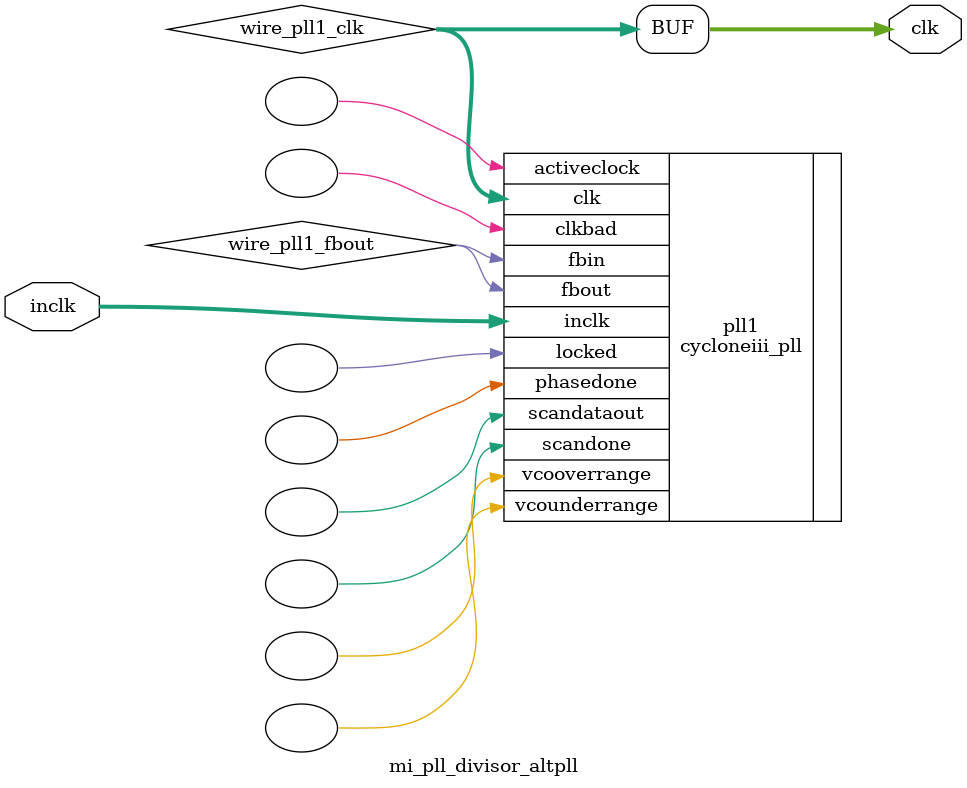
<source format=v>






//synthesis_resources = cycloneiii_pll 1 
//synopsys translate_off
`timescale 1 ps / 1 ps
//synopsys translate_on
module  mi_pll_divisor_altpll
	( 
	clk,
	inclk) /* synthesis synthesis_clearbox=1 */;
	output   [4:0]  clk;
	input   [1:0]  inclk;
`ifndef ALTERA_RESERVED_QIS
// synopsys translate_off
`endif
	tri0   [1:0]  inclk;
`ifndef ALTERA_RESERVED_QIS
// synopsys translate_on
`endif

	wire  [4:0]   wire_pll1_clk;
	wire  wire_pll1_fbout;

	cycloneiii_pll   pll1
	( 
	.activeclock(),
	.clk(wire_pll1_clk),
	.clkbad(),
	.fbin(wire_pll1_fbout),
	.fbout(wire_pll1_fbout),
	.inclk(inclk),
	.locked(),
	.phasedone(),
	.scandataout(),
	.scandone(),
	.vcooverrange(),
	.vcounderrange()
	`ifndef FORMAL_VERIFICATION
	// synopsys translate_off
	`endif
	,
	.areset(1'b0),
	.clkswitch(1'b0),
	.configupdate(1'b0),
	.pfdena(1'b1),
	.phasecounterselect({3{1'b0}}),
	.phasestep(1'b0),
	.phaseupdown(1'b0),
	.scanclk(1'b0),
	.scanclkena(1'b1),
	.scandata(1'b0)
	`ifndef FORMAL_VERIFICATION
	// synopsys translate_on
	`endif
	);
	defparam
		pll1.bandwidth_type = "auto",
		pll1.clk0_divide_by = 1,
		pll1.clk0_duty_cycle = 50,
		pll1.clk0_multiply_by = 1,
		pll1.clk0_phase_shift = "0",
		pll1.compensate_clock = "clk0",
		pll1.inclk0_input_frequency = 20000,
		pll1.operation_mode = "normal",
		pll1.pll_type = "auto",
		pll1.lpm_type = "cycloneiii_pll";
	assign
		clk = {wire_pll1_clk[4:0]};
endmodule //mi_pll_divisor_altpll
//VALID FILE

</source>
